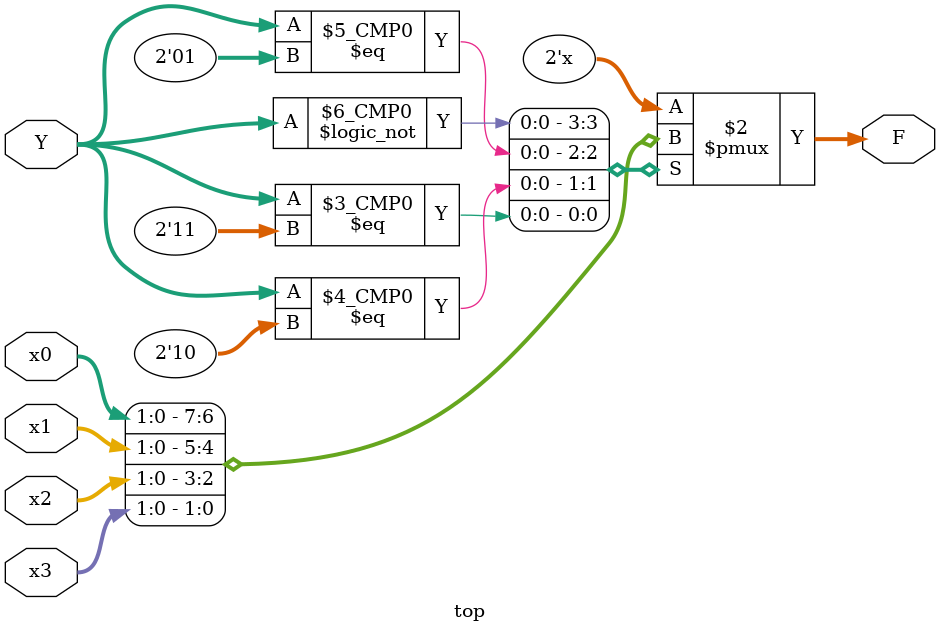
<source format=v>
module top(
	input	wire [1:0] x0,
	input	wire [1:0] x1,
	input	wire [1:0] x2,
	input	wire [1:0] x3,
	input	wire [1:0] Y,
	output	reg  [1:0] F
);

always@(*)
	case (Y) 
		2'b00: F = x0;
		2'b01: F = x1;
		2'b10: F = x2;
		2'b11: F = x3;
	default: F = 2'b00;
	endcase


endmodule

</source>
